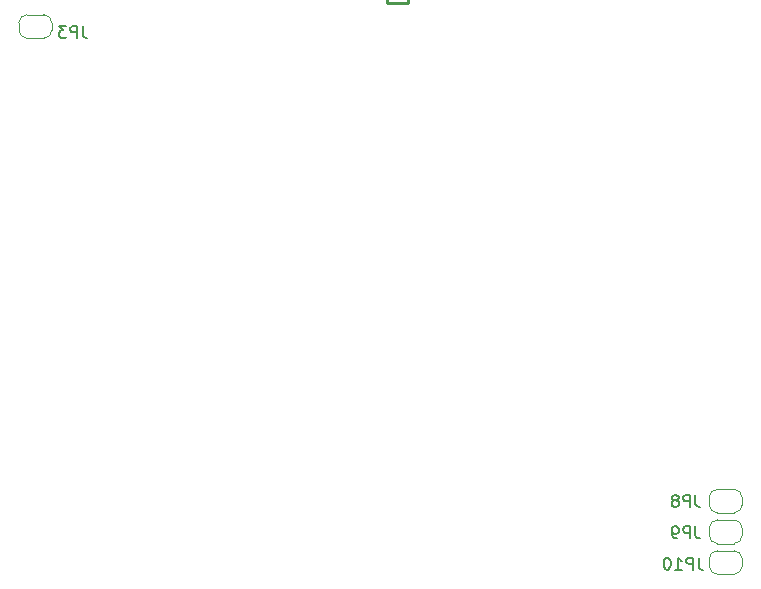
<source format=gbr>
%TF.GenerationSoftware,KiCad,Pcbnew,8.0.2*%
%TF.CreationDate,2024-05-27T20:09:00+01:00*%
%TF.ProjectId,StepUp,53746570-5570-42e6-9b69-6361645f7063,v1.0*%
%TF.SameCoordinates,Original*%
%TF.FileFunction,Legend,Bot*%
%TF.FilePolarity,Positive*%
%FSLAX46Y46*%
G04 Gerber Fmt 4.6, Leading zero omitted, Abs format (unit mm)*
G04 Created by KiCad (PCBNEW 8.0.2) date 2024-05-27 20:09:00*
%MOMM*%
%LPD*%
G01*
G04 APERTURE LIST*
G04 Aperture macros list*
%AMRoundRect*
0 Rectangle with rounded corners*
0 $1 Rounding radius*
0 $2 $3 $4 $5 $6 $7 $8 $9 X,Y pos of 4 corners*
0 Add a 4 corners polygon primitive as box body*
4,1,4,$2,$3,$4,$5,$6,$7,$8,$9,$2,$3,0*
0 Add four circle primitives for the rounded corners*
1,1,$1+$1,$2,$3*
1,1,$1+$1,$4,$5*
1,1,$1+$1,$6,$7*
1,1,$1+$1,$8,$9*
0 Add four rect primitives between the rounded corners*
20,1,$1+$1,$2,$3,$4,$5,0*
20,1,$1+$1,$4,$5,$6,$7,0*
20,1,$1+$1,$6,$7,$8,$9,0*
20,1,$1+$1,$8,$9,$2,$3,0*%
%AMFreePoly0*
4,1,19,0.500000,-0.750000,0.000000,-0.750000,0.000000,-0.744911,-0.071157,-0.744911,-0.207708,-0.704816,-0.327430,-0.627875,-0.420627,-0.520320,-0.479746,-0.390866,-0.500000,-0.250000,-0.500000,0.250000,-0.479746,0.390866,-0.420627,0.520320,-0.327430,0.627875,-0.207708,0.704816,-0.071157,0.744911,0.000000,0.744911,0.000000,0.750000,0.500000,0.750000,0.500000,-0.750000,0.500000,-0.750000,
$1*%
%AMFreePoly1*
4,1,19,0.000000,0.744911,0.071157,0.744911,0.207708,0.704816,0.327430,0.627875,0.420627,0.520320,0.479746,0.390866,0.500000,0.250000,0.500000,-0.250000,0.479746,-0.390866,0.420627,-0.520320,0.327430,-0.627875,0.207708,-0.704816,0.071157,-0.744911,0.000000,-0.744911,0.000000,-0.750000,-0.500000,-0.750000,-0.500000,0.750000,0.000000,0.750000,0.000000,0.744911,0.000000,0.744911,
$1*%
G04 Aperture macros list end*
%ADD10C,0.150000*%
%ADD11C,0.120000*%
%ADD12C,3.550000*%
%ADD13C,2.390000*%
%ADD14C,2.184000*%
%ADD15C,0.650000*%
%ADD16O,1.000000X2.100000*%
%ADD17O,1.000000X1.800000*%
%ADD18C,1.650000*%
%ADD19C,1.950000*%
%ADD20C,2.400000*%
%ADD21C,3.200000*%
%ADD22R,1.700000X1.700000*%
%ADD23O,1.700000X1.700000*%
%ADD24RoundRect,0.102000X0.900000X0.900000X-0.900000X0.900000X-0.900000X-0.900000X0.900000X-0.900000X0*%
%ADD25C,2.004000*%
%ADD26FreePoly0,180.000000*%
%ADD27FreePoly1,180.000000*%
%ADD28FreePoly0,0.000000*%
%ADD29FreePoly1,0.000000*%
G04 APERTURE END LIST*
D10*
X121609333Y-80480819D02*
X121609333Y-81195104D01*
X121609333Y-81195104D02*
X121656952Y-81337961D01*
X121656952Y-81337961D02*
X121752190Y-81433200D01*
X121752190Y-81433200D02*
X121895047Y-81480819D01*
X121895047Y-81480819D02*
X121990285Y-81480819D01*
X121133142Y-81480819D02*
X121133142Y-80480819D01*
X121133142Y-80480819D02*
X120752190Y-80480819D01*
X120752190Y-80480819D02*
X120656952Y-80528438D01*
X120656952Y-80528438D02*
X120609333Y-80576057D01*
X120609333Y-80576057D02*
X120561714Y-80671295D01*
X120561714Y-80671295D02*
X120561714Y-80814152D01*
X120561714Y-80814152D02*
X120609333Y-80909390D01*
X120609333Y-80909390D02*
X120656952Y-80957009D01*
X120656952Y-80957009D02*
X120752190Y-81004628D01*
X120752190Y-81004628D02*
X121133142Y-81004628D01*
X120228380Y-80480819D02*
X119609333Y-80480819D01*
X119609333Y-80480819D02*
X119942666Y-80861771D01*
X119942666Y-80861771D02*
X119799809Y-80861771D01*
X119799809Y-80861771D02*
X119704571Y-80909390D01*
X119704571Y-80909390D02*
X119656952Y-80957009D01*
X119656952Y-80957009D02*
X119609333Y-81052247D01*
X119609333Y-81052247D02*
X119609333Y-81290342D01*
X119609333Y-81290342D02*
X119656952Y-81385580D01*
X119656952Y-81385580D02*
X119704571Y-81433200D01*
X119704571Y-81433200D02*
X119799809Y-81480819D01*
X119799809Y-81480819D02*
X120085523Y-81480819D01*
X120085523Y-81480819D02*
X120180761Y-81433200D01*
X120180761Y-81433200D02*
X120228380Y-81385580D01*
X173759523Y-125504819D02*
X173759523Y-126219104D01*
X173759523Y-126219104D02*
X173807142Y-126361961D01*
X173807142Y-126361961D02*
X173902380Y-126457200D01*
X173902380Y-126457200D02*
X174045237Y-126504819D01*
X174045237Y-126504819D02*
X174140475Y-126504819D01*
X173283332Y-126504819D02*
X173283332Y-125504819D01*
X173283332Y-125504819D02*
X172902380Y-125504819D01*
X172902380Y-125504819D02*
X172807142Y-125552438D01*
X172807142Y-125552438D02*
X172759523Y-125600057D01*
X172759523Y-125600057D02*
X172711904Y-125695295D01*
X172711904Y-125695295D02*
X172711904Y-125838152D01*
X172711904Y-125838152D02*
X172759523Y-125933390D01*
X172759523Y-125933390D02*
X172807142Y-125981009D01*
X172807142Y-125981009D02*
X172902380Y-126028628D01*
X172902380Y-126028628D02*
X173283332Y-126028628D01*
X171759523Y-126504819D02*
X172330951Y-126504819D01*
X172045237Y-126504819D02*
X172045237Y-125504819D01*
X172045237Y-125504819D02*
X172140475Y-125647676D01*
X172140475Y-125647676D02*
X172235713Y-125742914D01*
X172235713Y-125742914D02*
X172330951Y-125790533D01*
X171140475Y-125504819D02*
X171045237Y-125504819D01*
X171045237Y-125504819D02*
X170949999Y-125552438D01*
X170949999Y-125552438D02*
X170902380Y-125600057D01*
X170902380Y-125600057D02*
X170854761Y-125695295D01*
X170854761Y-125695295D02*
X170807142Y-125885771D01*
X170807142Y-125885771D02*
X170807142Y-126123866D01*
X170807142Y-126123866D02*
X170854761Y-126314342D01*
X170854761Y-126314342D02*
X170902380Y-126409580D01*
X170902380Y-126409580D02*
X170949999Y-126457200D01*
X170949999Y-126457200D02*
X171045237Y-126504819D01*
X171045237Y-126504819D02*
X171140475Y-126504819D01*
X171140475Y-126504819D02*
X171235713Y-126457200D01*
X171235713Y-126457200D02*
X171283332Y-126409580D01*
X171283332Y-126409580D02*
X171330951Y-126314342D01*
X171330951Y-126314342D02*
X171378570Y-126123866D01*
X171378570Y-126123866D02*
X171378570Y-125885771D01*
X171378570Y-125885771D02*
X171330951Y-125695295D01*
X171330951Y-125695295D02*
X171283332Y-125600057D01*
X171283332Y-125600057D02*
X171235713Y-125552438D01*
X171235713Y-125552438D02*
X171140475Y-125504819D01*
X173483333Y-122854819D02*
X173483333Y-123569104D01*
X173483333Y-123569104D02*
X173530952Y-123711961D01*
X173530952Y-123711961D02*
X173626190Y-123807200D01*
X173626190Y-123807200D02*
X173769047Y-123854819D01*
X173769047Y-123854819D02*
X173864285Y-123854819D01*
X173007142Y-123854819D02*
X173007142Y-122854819D01*
X173007142Y-122854819D02*
X172626190Y-122854819D01*
X172626190Y-122854819D02*
X172530952Y-122902438D01*
X172530952Y-122902438D02*
X172483333Y-122950057D01*
X172483333Y-122950057D02*
X172435714Y-123045295D01*
X172435714Y-123045295D02*
X172435714Y-123188152D01*
X172435714Y-123188152D02*
X172483333Y-123283390D01*
X172483333Y-123283390D02*
X172530952Y-123331009D01*
X172530952Y-123331009D02*
X172626190Y-123378628D01*
X172626190Y-123378628D02*
X173007142Y-123378628D01*
X171959523Y-123854819D02*
X171769047Y-123854819D01*
X171769047Y-123854819D02*
X171673809Y-123807200D01*
X171673809Y-123807200D02*
X171626190Y-123759580D01*
X171626190Y-123759580D02*
X171530952Y-123616723D01*
X171530952Y-123616723D02*
X171483333Y-123426247D01*
X171483333Y-123426247D02*
X171483333Y-123045295D01*
X171483333Y-123045295D02*
X171530952Y-122950057D01*
X171530952Y-122950057D02*
X171578571Y-122902438D01*
X171578571Y-122902438D02*
X171673809Y-122854819D01*
X171673809Y-122854819D02*
X171864285Y-122854819D01*
X171864285Y-122854819D02*
X171959523Y-122902438D01*
X171959523Y-122902438D02*
X172007142Y-122950057D01*
X172007142Y-122950057D02*
X172054761Y-123045295D01*
X172054761Y-123045295D02*
X172054761Y-123283390D01*
X172054761Y-123283390D02*
X172007142Y-123378628D01*
X172007142Y-123378628D02*
X171959523Y-123426247D01*
X171959523Y-123426247D02*
X171864285Y-123473866D01*
X171864285Y-123473866D02*
X171673809Y-123473866D01*
X171673809Y-123473866D02*
X171578571Y-123426247D01*
X171578571Y-123426247D02*
X171530952Y-123378628D01*
X171530952Y-123378628D02*
X171483333Y-123283390D01*
X173483333Y-120204819D02*
X173483333Y-120919104D01*
X173483333Y-120919104D02*
X173530952Y-121061961D01*
X173530952Y-121061961D02*
X173626190Y-121157200D01*
X173626190Y-121157200D02*
X173769047Y-121204819D01*
X173769047Y-121204819D02*
X173864285Y-121204819D01*
X173007142Y-121204819D02*
X173007142Y-120204819D01*
X173007142Y-120204819D02*
X172626190Y-120204819D01*
X172626190Y-120204819D02*
X172530952Y-120252438D01*
X172530952Y-120252438D02*
X172483333Y-120300057D01*
X172483333Y-120300057D02*
X172435714Y-120395295D01*
X172435714Y-120395295D02*
X172435714Y-120538152D01*
X172435714Y-120538152D02*
X172483333Y-120633390D01*
X172483333Y-120633390D02*
X172530952Y-120681009D01*
X172530952Y-120681009D02*
X172626190Y-120728628D01*
X172626190Y-120728628D02*
X173007142Y-120728628D01*
X171864285Y-120633390D02*
X171959523Y-120585771D01*
X171959523Y-120585771D02*
X172007142Y-120538152D01*
X172007142Y-120538152D02*
X172054761Y-120442914D01*
X172054761Y-120442914D02*
X172054761Y-120395295D01*
X172054761Y-120395295D02*
X172007142Y-120300057D01*
X172007142Y-120300057D02*
X171959523Y-120252438D01*
X171959523Y-120252438D02*
X171864285Y-120204819D01*
X171864285Y-120204819D02*
X171673809Y-120204819D01*
X171673809Y-120204819D02*
X171578571Y-120252438D01*
X171578571Y-120252438D02*
X171530952Y-120300057D01*
X171530952Y-120300057D02*
X171483333Y-120395295D01*
X171483333Y-120395295D02*
X171483333Y-120442914D01*
X171483333Y-120442914D02*
X171530952Y-120538152D01*
X171530952Y-120538152D02*
X171578571Y-120585771D01*
X171578571Y-120585771D02*
X171673809Y-120633390D01*
X171673809Y-120633390D02*
X171864285Y-120633390D01*
X171864285Y-120633390D02*
X171959523Y-120681009D01*
X171959523Y-120681009D02*
X172007142Y-120728628D01*
X172007142Y-120728628D02*
X172054761Y-120823866D01*
X172054761Y-120823866D02*
X172054761Y-121014342D01*
X172054761Y-121014342D02*
X172007142Y-121109580D01*
X172007142Y-121109580D02*
X171959523Y-121157200D01*
X171959523Y-121157200D02*
X171864285Y-121204819D01*
X171864285Y-121204819D02*
X171673809Y-121204819D01*
X171673809Y-121204819D02*
X171578571Y-121157200D01*
X171578571Y-121157200D02*
X171530952Y-121109580D01*
X171530952Y-121109580D02*
X171483333Y-121014342D01*
X171483333Y-121014342D02*
X171483333Y-120823866D01*
X171483333Y-120823866D02*
X171530952Y-120728628D01*
X171530952Y-120728628D02*
X171578571Y-120681009D01*
X171578571Y-120681009D02*
X171673809Y-120633390D01*
D11*
%TO.C,JP3*%
X116202000Y-80818000D02*
X116202000Y-80218000D01*
X116902000Y-79518000D02*
X118302000Y-79518000D01*
X118302000Y-81518000D02*
X116902000Y-81518000D01*
X119002000Y-80218000D02*
X119002000Y-80818000D01*
X116202000Y-80218000D02*
G75*
G02*
X116902000Y-79518000I700000J0D01*
G01*
X116902000Y-81518000D02*
G75*
G02*
X116202000Y-80818000I0J700000D01*
G01*
X118302000Y-79518000D02*
G75*
G02*
X119002000Y-80218000I1J-699999D01*
G01*
X119002000Y-80818000D02*
G75*
G02*
X118302000Y-81518000I-699999J-1D01*
G01*
%TO.C,JP10*%
X174650000Y-126200000D02*
X174650000Y-125600000D01*
X175350000Y-124900000D02*
X176750000Y-124900000D01*
X176750000Y-126900000D02*
X175350000Y-126900000D01*
X177450000Y-125600000D02*
X177450000Y-126200000D01*
X174650000Y-125600000D02*
G75*
G02*
X175350000Y-124900000I699999J1D01*
G01*
X175350000Y-126900000D02*
G75*
G02*
X174650000Y-126200000I-1J699999D01*
G01*
X176750000Y-124900000D02*
G75*
G02*
X177450000Y-125600000I0J-700000D01*
G01*
X177450000Y-126200000D02*
G75*
G02*
X176750000Y-126900000I-700000J0D01*
G01*
%TO.C,JP9*%
X174650000Y-123600000D02*
X174650000Y-123000000D01*
X175350000Y-122300000D02*
X176750000Y-122300000D01*
X176750000Y-124300000D02*
X175350000Y-124300000D01*
X177450000Y-123000000D02*
X177450000Y-123600000D01*
X174650000Y-123000000D02*
G75*
G02*
X175350000Y-122300000I699999J1D01*
G01*
X175350000Y-124300000D02*
G75*
G02*
X174650000Y-123600000I-1J699999D01*
G01*
X176750000Y-122300000D02*
G75*
G02*
X177450000Y-123000000I0J-700000D01*
G01*
X177450000Y-123600000D02*
G75*
G02*
X176750000Y-124300000I-700000J0D01*
G01*
%TO.C,JP8*%
X174650000Y-121000000D02*
X174650000Y-120400000D01*
X175350000Y-119700000D02*
X176750000Y-119700000D01*
X176750000Y-121700000D02*
X175350000Y-121700000D01*
X177450000Y-120400000D02*
X177450000Y-121000000D01*
X174650000Y-120400000D02*
G75*
G02*
X175350000Y-119700000I699999J1D01*
G01*
X175350000Y-121700000D02*
G75*
G02*
X174650000Y-121000000I-1J699999D01*
G01*
X176750000Y-119700000D02*
G75*
G02*
X177450000Y-120400000I0J-700000D01*
G01*
X177450000Y-121000000D02*
G75*
G02*
X176750000Y-121700000I-700000J0D01*
G01*
%TD*%
%LPC*%
D12*
%TO.C,BT1*%
X112648000Y-132192000D03*
X96648000Y-76992000D03*
D13*
X112648000Y-68792000D03*
D14*
X104648000Y-141012000D03*
X104648000Y-68792000D03*
%TD*%
D15*
%TO.C,J1*%
X165004000Y-138365000D03*
X170784000Y-138365000D03*
D16*
X163574000Y-137865000D03*
D17*
X163574000Y-142045000D03*
D16*
X172214000Y-137865000D03*
D17*
X172214000Y-142045000D03*
%TD*%
D18*
%TO.C,JOY1*%
X155062500Y-112275000D03*
X152562500Y-112275000D03*
X150062500Y-112275000D03*
X161292500Y-123505000D03*
X161292500Y-121005000D03*
X161292500Y-118505000D03*
D19*
X149312500Y-126755000D03*
X155812500Y-126755000D03*
X149312500Y-131255000D03*
X155812500Y-131255000D03*
D20*
X158887500Y-116005000D03*
X146237500Y-116005000D03*
X146237500Y-126005000D03*
X158887500Y-126005000D03*
%TD*%
D21*
%TO.C,H1*%
X90000000Y-70000000D03*
%TD*%
D22*
%TO.C,J4*%
X182880000Y-97706000D03*
D23*
X180340000Y-97706000D03*
X182880000Y-95166000D03*
X180340000Y-95166000D03*
X182880000Y-92626000D03*
X180340000Y-92626000D03*
X182880000Y-90086000D03*
X180340000Y-90086000D03*
X182880000Y-87546000D03*
X180340000Y-87546000D03*
X182880000Y-85006000D03*
X180340000Y-85006000D03*
%TD*%
D21*
%TO.C,H2*%
X90000000Y-140000000D03*
%TD*%
D24*
%TO.C,J5*%
X148277400Y-77689501D03*
X148277400Y-70689501D03*
D25*
X144777400Y-77689501D03*
X144777400Y-70689501D03*
X141277400Y-77689501D03*
X141277400Y-70689501D03*
X137777400Y-77689501D03*
X137777400Y-70689501D03*
%TD*%
D22*
%TO.C,J3*%
X182875000Y-106525000D03*
D23*
X180335000Y-106525000D03*
X182875000Y-103985000D03*
X180335000Y-103985000D03*
X182875000Y-101445000D03*
X180335000Y-101445000D03*
%TD*%
D22*
%TO.C,J8*%
X117852000Y-129337000D03*
D23*
X117852000Y-131877000D03*
%TD*%
D22*
%TO.C,J9*%
X130561000Y-96774000D03*
D23*
X128021000Y-96774000D03*
%TD*%
D21*
%TO.C,H4*%
X180000000Y-140000000D03*
%TD*%
D22*
%TO.C,J6*%
X125800000Y-120175000D03*
D23*
X125800000Y-117635000D03*
%TD*%
D22*
%TO.C,J10*%
X160875000Y-69675000D03*
D23*
X160875000Y-67135000D03*
X163415000Y-69675000D03*
X163415000Y-67135000D03*
X165955000Y-69675000D03*
X165955000Y-67135000D03*
%TD*%
D22*
%TO.C,J2*%
X171704000Y-131567000D03*
D23*
X171704000Y-134107000D03*
%TD*%
D22*
%TO.C,J11*%
X117856000Y-73157000D03*
D23*
X117856000Y-70617000D03*
%TD*%
D21*
%TO.C,H3*%
X180000000Y-70000000D03*
%TD*%
D22*
%TO.C,J12*%
X180330000Y-120800000D03*
D23*
X182870000Y-120800000D03*
X180330000Y-123340000D03*
X182870000Y-123340000D03*
X180330000Y-125880000D03*
X182870000Y-125880000D03*
%TD*%
D22*
%TO.C,J7*%
X117851000Y-76962000D03*
D23*
X120391000Y-76962000D03*
%TD*%
D26*
%TO.C,JP3*%
X118252000Y-80518000D03*
D27*
X116952000Y-80518000D03*
%TD*%
D28*
%TO.C,JP10*%
X175400000Y-125900000D03*
D29*
X176700000Y-125900000D03*
%TD*%
D28*
%TO.C,JP9*%
X175400000Y-123300000D03*
D29*
X176700000Y-123300000D03*
%TD*%
D28*
%TO.C,JP8*%
X175400000Y-120700000D03*
D29*
X176700000Y-120700000D03*
%TD*%
%LPD*%
M02*

</source>
